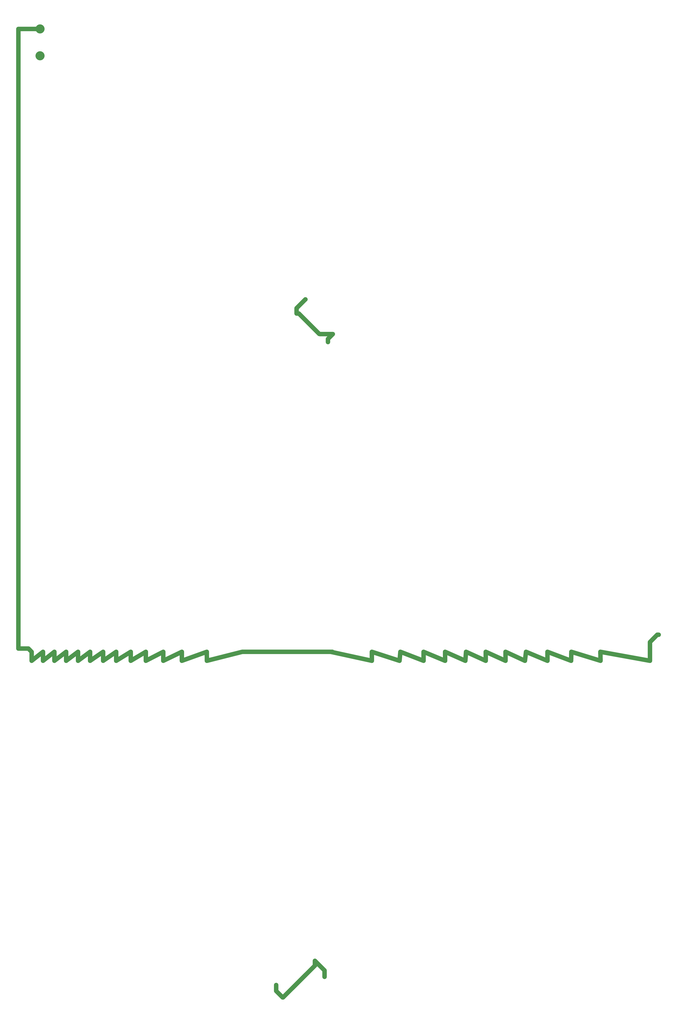
<source format=gbr>
%TF.GenerationSoftware,KiCad,Pcbnew,7.0.1-3b83917a11~172~ubuntu22.04.1*%
%TF.CreationDate,2023-12-10T14:17:30-05:00*%
%TF.ProjectId,coil_template_second,636f696c-5f74-4656-9d70-6c6174655f73,rev?*%
%TF.SameCoordinates,Original*%
%TF.FileFunction,Copper,L2,Bot*%
%TF.FilePolarity,Positive*%
%FSLAX46Y46*%
G04 Gerber Fmt 4.6, Leading zero omitted, Abs format (unit mm)*
G04 Created by KiCad (PCBNEW 7.0.1-3b83917a11~172~ubuntu22.04.1) date 2023-12-10 14:17:30*
%MOMM*%
%LPD*%
G01*
G04 APERTURE LIST*
%TA.AperFunction,ComponentPad*%
%ADD10C,10.160000*%
%TD*%
%TA.AperFunction,ViaPad*%
%ADD11C,4.000000*%
%TD*%
%TA.AperFunction,Conductor*%
%ADD12C,5.000000*%
%TD*%
G04 APERTURE END LIST*
D10*
%TO.P,J1,1,Pin_1*%
%TO.N,Net-(J1-Pin_1)*%
X45240000Y-75240000D03*
%TO.P,J1,2,Pin_2*%
X45240000Y-45270000D03*
%TD*%
D11*
%TO.N,Net-(J1-Pin_1)*%
X341588313Y-346915748D03*
X308895629Y-1111666445D03*
X362871562Y-1102525359D03*
X366753504Y-394449392D03*
X736064626Y-720961758D03*
%TD*%
D12*
%TO.N,Net-(J1-Pin_1)*%
X203550000Y-740000000D02*
X182780000Y-750000000D01*
X331666249Y-356758056D02*
X331666249Y-362688880D01*
X371615686Y-740000000D02*
X372168201Y-740552515D01*
X362871562Y-1102525359D02*
X362871562Y-1095441019D01*
X48540000Y-740000000D02*
X35850000Y-750000000D01*
X352402842Y-1089738722D02*
X316622022Y-1125519542D01*
X734450327Y-720961758D02*
X726269018Y-729143067D01*
X415740000Y-750000000D02*
X372168201Y-740552515D01*
X231450000Y-740000000D02*
X203550000Y-750000000D01*
X473500000Y-740000000D02*
X473500000Y-750000000D01*
X565010000Y-740000000D02*
X565010000Y-750000000D01*
X736064626Y-720961758D02*
X734450327Y-720961758D01*
X611790000Y-740000000D02*
X611850000Y-750000000D01*
X611850000Y-750000000D02*
X587900000Y-740000000D01*
X341508557Y-346915748D02*
X331666249Y-356758056D01*
X74360000Y-740000000D02*
X61230000Y-750000000D01*
X35850000Y-740078250D02*
X32162291Y-736390541D01*
X357699626Y-385620817D02*
X372124693Y-385620817D01*
X542920000Y-750000000D02*
X520930000Y-740000000D01*
X726269018Y-729143067D02*
X726269018Y-740678511D01*
X670880000Y-740000000D02*
X671100000Y-750000000D01*
X74360000Y-750000000D02*
X74360000Y-740000000D01*
X271000000Y-740000000D02*
X231480000Y-750000000D01*
X415740000Y-740000000D02*
X415740000Y-750000000D01*
X726300000Y-750000000D02*
X670880000Y-740000000D01*
X32162291Y-736390541D02*
X21031080Y-736390541D01*
X61230000Y-740000000D02*
X48540000Y-750000000D01*
X182780000Y-740000000D02*
X163310000Y-750000000D01*
X352141668Y-1084711125D02*
X352141668Y-1089477548D01*
X45240000Y-45270000D02*
X21078049Y-45270000D01*
X101090000Y-740000000D02*
X87640000Y-750000000D01*
X372124693Y-385620817D02*
X366753504Y-390992006D01*
X308895629Y-1118315497D02*
X316099674Y-1125519542D01*
X231480000Y-750000000D02*
X231450000Y-740000000D01*
X520930000Y-740000000D02*
X520140000Y-750000000D01*
X163310000Y-750000000D02*
X163320000Y-740000000D01*
X331666249Y-362688880D02*
X334223576Y-362688880D01*
X130220000Y-750000000D02*
X130220000Y-740000000D01*
X726269018Y-740678511D02*
X726300000Y-740709493D01*
X115650000Y-740000000D02*
X101080000Y-750000000D01*
X638490000Y-740000000D02*
X638200000Y-750000000D01*
X473500000Y-750000000D02*
X447550000Y-740000000D01*
X146470000Y-750000000D02*
X146470000Y-740000000D01*
X542910000Y-740000000D02*
X542920000Y-750000000D01*
X586650000Y-750000000D02*
X565010000Y-740000000D01*
X87640000Y-740000000D02*
X74360000Y-750000000D01*
X308895629Y-1111666445D02*
X308895629Y-1118315497D01*
X446620000Y-750000000D02*
X415740000Y-740000000D01*
X334223576Y-362688880D02*
X356967467Y-385432771D01*
X497500000Y-750000000D02*
X473500000Y-740000000D01*
X726300000Y-740709493D02*
X726300000Y-750000000D01*
X366753504Y-390992006D02*
X366753504Y-394449392D01*
X352141668Y-1089477548D02*
X352402842Y-1089738722D01*
X48540000Y-750000000D02*
X48540000Y-740000000D01*
X182780000Y-750000000D02*
X182780000Y-740000000D01*
X203550000Y-750000000D02*
X203550000Y-740000000D01*
X671100000Y-750000000D02*
X638490000Y-740000000D01*
X87640000Y-750000000D02*
X87640000Y-740000000D01*
X372168201Y-740552515D02*
X369620000Y-740000000D01*
X316622022Y-1125519542D02*
X316099674Y-1125519542D01*
X362871562Y-1095441019D02*
X352141668Y-1084711125D01*
X21031080Y-45223031D02*
X21031080Y-736390541D01*
X35850000Y-750000000D02*
X35850000Y-740078250D01*
X520140000Y-750000000D02*
X497500000Y-740000000D01*
X356967467Y-385432771D02*
X357511580Y-385432771D01*
X115650000Y-750000000D02*
X115650000Y-740000000D01*
X497500000Y-740000000D02*
X497500000Y-750000000D01*
X163320000Y-740000000D02*
X146470000Y-750000000D01*
X101080000Y-750000000D02*
X101090000Y-740000000D01*
X341588313Y-346915748D02*
X341508557Y-346915748D01*
X447550000Y-740000000D02*
X446620000Y-750000000D01*
X638200000Y-750000000D02*
X611790000Y-740000000D01*
X357511580Y-385432771D02*
X357699626Y-385620817D01*
X146470000Y-740000000D02*
X130220000Y-750000000D01*
X21078049Y-45270000D02*
X21031080Y-45223031D01*
X271000000Y-740000000D02*
X371615686Y-740000000D01*
X565010000Y-750000000D02*
X542910000Y-740000000D01*
X130220000Y-740000000D02*
X115650000Y-750000000D01*
X587900000Y-740000000D02*
X586650000Y-750000000D01*
X61230000Y-750000000D02*
X61230000Y-740000000D01*
%TD*%
M02*

</source>
